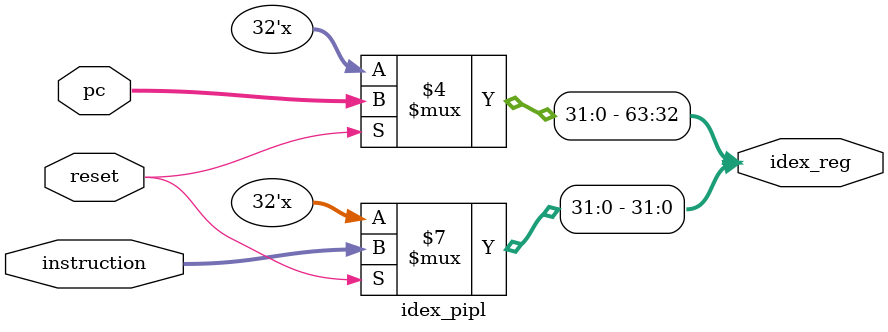
<source format=v>


`timescale 1ns/10ps

module idex_pipl (
    reset,
    idex_reg,
    instruction,
    pc
);


input reset;
output [120:0] idex_reg;
reg [120:0] idex_reg;
input [31:0] instruction;
input [31:0] pc;




always @(instruction, reset, pc) begin: IDEX_PIPL_ID_EX
    if ((reset == 1)) begin
        idex_reg[(32 + 32)-1:32] = pc;
        idex_reg[32-1:0] = instruction;
    end
end

endmodule

</source>
